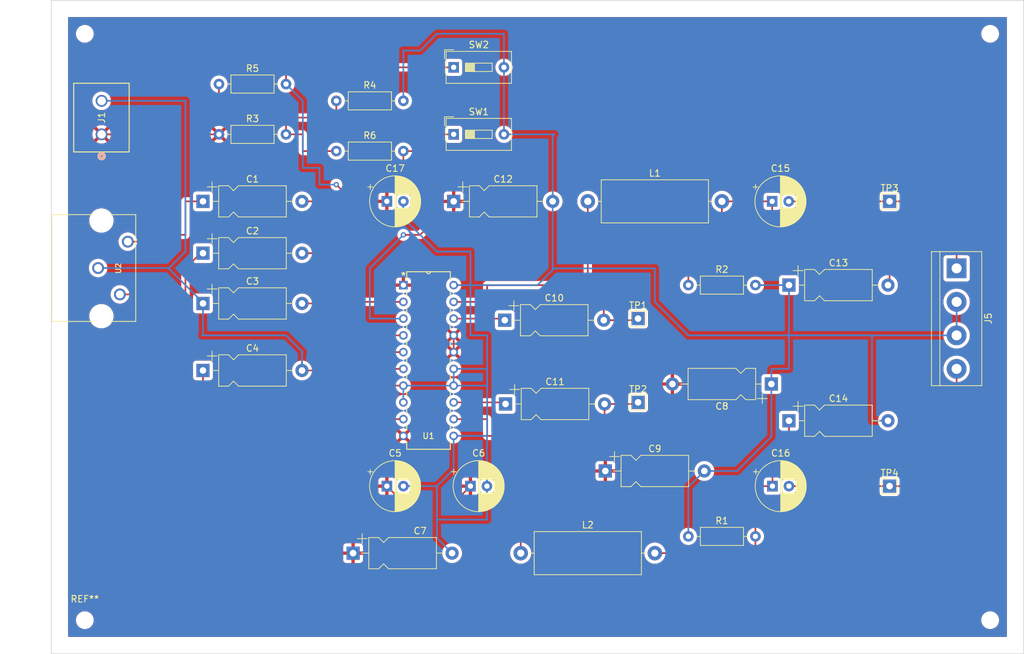
<source format=kicad_pcb>
(kicad_pcb (version 20221018) (generator pcbnew)
  (layers (0 "F.Cu" signal) (31 "B.Cu" signal) (34 "B.Paste" user) (35 "F.Paste" user) (36 "B.SilkS" user "B.Silkscreen") (37 "F.SilkS" user "F.Silkscreen") (38 "B.Mask" user) (39 "F.Mask" user) (44 "Edge.Cuts" user))
  (net 0 "")
  (net 1 "Net-(U2-TOP)")
  (net 2 "Net-(U1-LIN)")
  (net 3 "Net-(U2-BTM)")
  (net 4 "Net-(U1-RIN)")
  (net 5 "GND")
  (net 6 "Net-(U1-BYPASS)")
  (net 7 "Net-(U1-VCLAMP)")
  (net 8 "VCC")
  (net 9 "Net-(U1-BSL)")
  (net 10 "Net-(U1-LOUT)")
  (net 11 "Net-(U1-BSR)")
  (net 12 "Net-(U1-ROUT)")
  (net 13 "Net-(C13-Pad2)")
  (net 14 "Net-(C14-Pad1)")
  (net 15 "Net-(J5-Pin_1)")
  (net 16 "Net-(J5-Pin_4)")
  (net 17 "Net-(R3-Pad2)")
  (net 18 "*SD")
  (net 19 "MUTE")
  (footprint "Capacitor_THT:CP_Axial_L10.0mm_D4.5mm_P15.00mm_Horizontal" (layer "F.Cu") (at 114.42 56.1225)
    (fp_text reference "C2" (at 7.5 -3.37) (layer "F.SilkS"))
    (fp_text value "1.0uF")
    (pad "1" thru_hole rect (at 0 0) (size 2 2) (drill 1) (layers "*.Cu" "*.Mask") (net 3 "Net-(U2-BTM)"))
    (pad "2" thru_hole oval (at 15 0) (size 2 2) (drill 1) (layers "*.Cu" "*.Mask") (net 4 "Net-(U1-RIN)"))
  )
  (footprint "MountingHole:MountingHole_2.2mm_M2" (layer "F.Cu") (at 96.52 22.86)
    (fp_text reference "REF**" hide)
    (fp_text value "MountingHole_2.2mm_M2" hide)
    (pad "" np_thru_hole circle (at 0 0) (size 2.2 2.2) (drill 2.2) (layers "*.Cu" "*.Mask"))
  )
  (footprint "MountingHole:MountingHole_2.2mm_M2" (layer "F.Cu") (at 233.68 111.76)
    (fp_text reference "REF**" hide)
    (fp_text value "MountingHole_2.2mm_M2" hide)
    (pad "" np_thru_hole circle (at 0 0) (size 2.2 2.2) (drill 2.2) (layers "*.Cu" "*.Mask"))
  )
  (footprint "Capacitor_THT:CP_Axial_L10.0mm_D4.5mm_P15.00mm_Horizontal" (layer "F.Cu") (at 160.14 66.2825)
    (fp_text reference "C10" (at 7.5 -3.37) (layer "F.SilkS"))
    (fp_text value "0.22uF")
    (pad "1" thru_hole rect (at 0 0) (size 2 2) (drill 1) (layers "*.Cu" "*.Mask") (net 9 "Net-(U1-BSL)"))
    (pad "2" thru_hole oval (at 15 0) (size 2 2) (drill 1) (layers "*.Cu" "*.Mask") (net 10 "Net-(U1-LOUT)"))
  )
  (footprint "Resistor_THT:R_Axial_DIN0207_L6.3mm_D2.5mm_P10.16mm_Horizontal" (layer "F.Cu") (at 187.96 60.96)
    (fp_text reference "R2" (at 5.08 -2.37) (layer "F.SilkS"))
    (fp_text value "4.7K")
    (pad "1" thru_hole circle (at 0 0) (size 1.6 1.6) (drill 0.8) (layers "*.Cu" "*.Mask") (net 13 "Net-(C13-Pad2)"))
    (pad "2" thru_hole oval (at 10.16 0) (size 1.6 1.6) (drill 0.8) (layers "*.Cu" "*.Mask") (net 5 "GND"))
  )
  (footprint "Resistor_THT:R_Axial_DIN0207_L6.3mm_D2.5mm_P10.16mm_Horizontal" (layer "F.Cu") (at 134.62 33.02)
    (fp_text reference "R4" (at 5.08 -2.37) (layer "F.SilkS"))
    (fp_text value "220K")
    (pad "1" thru_hole circle (at 0 0) (size 1.6 1.6) (drill 0.8) (layers "*.Cu" "*.Mask") (net 17 "Net-(R3-Pad2)"))
    (pad "2" thru_hole oval (at 10.16 0) (size 1.6 1.6) (drill 0.8) (layers "*.Cu" "*.Mask") (net 5 "GND"))
  )
  (footprint "Capacitor_THT:CP_Radial_D7.5mm_P2.50mm" (layer "F.Cu") (at 142.28 48.26)
    (fp_text reference "C17" (at 1.25 -5) (layer "F.SilkS"))
    (fp_text value "470uF")
    (pad "1" thru_hole rect (at 0 0) (size 1.6 1.6) (drill 0.8) (layers "*.Cu" "*.Mask") (net 8 "VCC"))
    (pad "2" thru_hole circle (at 2.5 0) (size 1.6 1.6) (drill 0.8) (layers "*.Cu" "*.Mask") (net 5 "GND"))
  )
  (footprint "Capacitor_THT:CP_Axial_L10.0mm_D4.5mm_P15.00mm_Horizontal" (layer "F.Cu") (at 114.42 48.26)
    (fp_text reference "C1" (at 7.5 -3.37) (layer "F.SilkS"))
    (fp_text value "1.0uF")
    (pad "1" thru_hole rect (at 0 0) (size 2 2) (drill 1) (layers "*.Cu" "*.Mask") (net 1 "Net-(U2-TOP)"))
    (pad "2" thru_hole oval (at 15 0) (size 2 2) (drill 1) (layers "*.Cu" "*.Mask") (net 2 "Net-(U1-LIN)"))
  )
  (footprint "TestPoint:TestPoint_THTPad_2.0x2.0mm_Drill1.0mm" (layer "F.Cu") (at 180.34 66.04)
    (fp_text reference "TP1" (at 0 -1.998) (layer "F.SilkS"))
    (fp_text value "TestPoint")
    (pad "1" thru_hole rect (at 0 0) (size 2 2) (drill 1) (layers "*.Cu" "*.Mask") (net 10 "Net-(U1-LOUT)"))
  )
  (footprint "Inductor_THT:L_Axial_L16.0mm_D6.3mm_P20.32mm_Horizontal_Fastron_VHBCC" (layer "F.Cu") (at 162.56 101.6)
    (fp_text reference "L2" (at 10.16 -4.27) (layer "F.SilkS"))
    (fp_text value "22uH")
    (pad "1" thru_hole circle (at 0 0) (size 2.2 2.2) (drill 1.1) (layers "*.Cu" "*.Mask") (net 12 "Net-(U1-ROUT)"))
    (pad "2" thru_hole oval (at 20.32 0) (size 2.2 2.2) (drill 1.1) (layers "*.Cu" "*.Mask") (net 14 "Net-(C14-Pad1)"))
  )
  (footprint "Resistor_THT:R_Axial_DIN0207_L6.3mm_D2.5mm_P10.16mm_Horizontal" (layer "F.Cu") (at 134.62 40.64)
    (fp_text reference "R6" (at 5.08 -2.37) (layer "F.SilkS"))
    (fp_text value "470k")
    (pad "1" thru_hole circle (at 0 0) (size 1.6 1.6) (drill 0.8) (layers "*.Cu" "*.Mask") (net 17 "Net-(R3-Pad2)"))
    (pad "2" thru_hole oval (at 10.16 0) (size 1.6 1.6) (drill 0.8) (layers "*.Cu" "*.Mask") (net 19 "MUTE"))
  )
  (footprint "RCA:DUALRCA" (layer "F.Cu") (at 101.53 58.37 90)
    (fp_text reference "U2" (at -0.05 0.07 90) (layer "F.SilkS") (effects (font (size 0.787402 0.8))))
    (fp_text value "RCJ-2223" hide)
    (pad "" np_thru_hole circle (at -7.3 -2.5 90) (size 3.2 3.2) (drill 3.2) (layers "*.Cu" "*.Mask"))
    (pad "" np_thru_hole circle (at 7.2 -2.5 90) (size 3.2 3.2) (drill 3.2) (layers "*.Cu" "*.Mask"))
    (pad "P$1" thru_hole circle (at 0 -3 90) (size 1.8 1.8) (drill 1.2) (layers "*.Cu" "*.Mask") (net 5 "GND"))
    (pad "P$2" thru_hole circle (at -4 0.3 90) (size 1.8 1.8) (drill 1.2) (layers "*.Cu" "*.Mask") (net 3 "Net-(U2-BTM)"))
    (pad "P$3" thru_hole circle (at 4 1.5 90) (size 1.8 1.8) (drill 1.2) (layers "*.Cu" "*.Mask") (net 1 "Net-(U2-TOP)"))
  )
  (footprint "Resistor_THT:R_Axial_DIN0207_L6.3mm_D2.5mm_P10.16mm_Horizontal" (layer "F.Cu") (at 116.84 30.48)
    (fp_text reference "R5" (at 5.08 -2.37) (layer "F.SilkS"))
    (fp_text value "470k")
    (pad "1" thru_hole circle (at 0 0) (size 1.6 1.6) (drill 0.8) (layers "*.Cu" "*.Mask") (net 17 "Net-(R3-Pad2)"))
    (pad "2" thru_hole oval (at 10.16 0) (size 1.6 1.6) (drill 0.8) (layers "*.Cu" "*.Mask") (net 18 "*SD"))
  )
  (footprint "TestPoint:TestPoint_THTPad_2.0x2.0mm_Drill1.0mm" (layer "F.Cu") (at 218.44 48.26)
    (fp_text reference "TP3" (at 0 -1.998) (layer "F.SilkS"))
    (fp_text value "TestPoint")
    (pad "1" thru_hole rect (at 0 0) (size 2 2) (drill 1) (layers "*.Cu" "*.Mask") (net 15 "Net-(J5-Pin_1)"))
  )
  (footprint "ul_TPA3122D2N:N20" (layer "F.Cu") (at 152.4 83.82)
    (fp_text reference "U1" (at -3.81 0 unlocked) (layer "F.SilkS") (effects (font (size 0.9 0.9))))
    (fp_text value "TPA3122D2N")
    (fp_text user "*" (at -7.62 -24.2697 unlocked) (layer "F.SilkS"))
    (fp_text user "*" (at -7.62 -24.2697) (layer "F.SilkS"))
    (pad "1" thru_hole rect (at -7.62 -22.86) (size 1.2954 1.2954) (drill 0.7874) (layers "*.Cu" "*.Mask") (net 8 "VCC"))
    (pad "2" thru_hole circle (at -7.62 -20.32) (size 1.2954 1.2954) (drill 0.7874) (layers "*.Cu" "*.Mask") (net 18 "*SD"))
    (pad "3" thru_hole circle (at -7.62 -17.78) (size 1.2954 1.2954) (drill 0.7874) (layers "*.Cu" "*.Mask") (net 19 "MUTE"))
    (pad "4" thru_hole circle (at -7.62 -15.24) (size 1.2954 1.2954) (drill 0.7874) (layers "*.Cu" "*.Mask") (net 2 "Net-(U1-LIN)"))
    (pad "5" thru_hole circle (at -7.62 -12.7) (size 1.2954 1.2954) (drill 0.7874) (layers "*.Cu" "*.Mask") (net 4 "Net-(U1-RIN)"))
    (pad "6" thru_hole circle (at -7.62 -10.16) (size 1.2954 1.2954) (drill 0.7874) (layers "*.Cu" "*.Mask") (net 6 "Net-(U1-BYPASS)"))
    (pad "7" thru_hole circle (at -7.62 -7.62) (size 1.2954 1.2954) (drill 0.7874) (layers "*.Cu" "*.Mask") (net 5 "GND"))
    (pad "8" thru_hole circle (at -7.62 -5.08) (size 1.2954 1.2954) (drill 0.7874) (layers "*.Cu" "*.Mask") (net 5 "GND"))
    (pad "9" thru_hole circle (at -7.62 -2.54) (size 1.2954 1.2954) (drill 0.7874) (layers "*.Cu" "*.Mask") (net 7 "Net-(U1-VCLAMP)"))
    (pad "10" thru_hole circle (at -7.62 0) (size 1.2954 1.2954) (drill 0.7874) (layers "*.Cu" "*.Mask") (net 8 "VCC"))
    (pad "11" thru_hole circle (at 0 0) (size 1.2954 1.2954) (drill 0.7874) (layers "*.Cu" "*.Mask") (net 5 "GND"))
    (pad "12" thru_hole circle (at 0 -2.54) (size 1.2954 1.2954) (drill 0.7874) (layers "*.Cu" "*.Mask") (net 12 "Net-(U1-ROUT)"))
    (pad "13" thru_hole circle (at 0 -5.08) (size 1.2954 1.2954) (drill 0.7874) (layers "*.Cu" "*.Mask") (net 11 "Net-(U1-BSR)"))
    (pad "14" thru_hole circle (at 0 -7.62) (size 1.2954 1.2954) (drill 0.7874) (layers "*.Cu" "*.Mask") (net 5 "GND"))
    (pad "15" thru_hole circle (at 0 -10.16) (size 1.2954 1.2954) (drill 0.7874) (layers "*.Cu" "*.Mask") (net 5 "GND"))
    (pad "16" thru_hole circle (at 0 -12.7) (size 1.2954 1.2954) (drill 0.7874) (layers "*.Cu" "*.Mask") (net 8 "VCC"))
    (pad "17" thru_hole circle (at 0 -15.24) (size 1.2954 1.2954) (drill 0.7874) (layers "*.Cu" "*.Mask") (net 8 "VCC"))
    (pad "18" thru_hole circle (at 0 -17.78) (size 1.2954 1.2954) (drill 0.7874) (layers "*.Cu" "*.Mask") (net 9 "Net-(U1-BSL)"))
    (pad "19" thru_hole circle (at 0 -20.32) (size 1.2954 1.2954) (drill 0.7874) (layers "*.Cu" "*.Mask") (net 10 "Net-(U1-LOUT)"))
    (pad "20" thru_hole circle (at 0 -22.86) (size 1.2954 1.2954) (drill 0.7874) (layers "*.Cu" "*.Mask") (net 5 "GND"))
  )
  (footprint "Resistor_THT:R_Axial_DIN0207_L6.3mm_D2.5mm_P10.16mm_Horizontal" (layer "F.Cu") (at 116.84 38.1)
    (fp_text reference "R3" (at 5.08 -2.37) (layer "F.SilkS"))
    (fp_text value "1M")
    (pad "1" thru_hole circle (at 0 0) (size 1.6 1.6) (drill 0.8) (layers "*.Cu" "*.Mask") (net 8 "VCC"))
    (pad "2" thru_hole oval (at 10.16 0) (size 1.6 1.6) (drill 0.8) (layers "*.Cu" "*.Mask") (net 17 "Net-(R3-Pad2)"))
  )
  (footprint "Capacitor_THT:CP_Axial_L10.0mm_D4.5mm_P15.00mm_Horizontal" (layer "F.Cu") (at 114.42 63.7425)
    (fp_text reference "C3" (at 7.5 -3.37) (layer "F.SilkS"))
    (fp_text value "1.0uF")
    (pad "1" thru_hole rect (at 0 0) (size 2 2) (drill 1) (layers "*.Cu" "*.Mask") (net 5 "GND"))
    (pad "2" thru_hole oval (at 15 0) (size 2 2) (drill 1) (layers "*.Cu" "*.Mask") (net 6 "Net-(U1-BYPASS)"))
  )
  (footprint "Capacitor_THT:CP_Axial_L10.0mm_D4.5mm_P15.00mm_Horizontal" (layer "F.Cu") (at 114.42 73.9025)
    (fp_text reference "C4" (at 7.5 -3.37) (layer "F.SilkS"))
    (fp_text value "1.0uF")
    (pad "1" thru_hole rect (at 0 0) (size 2 2) (drill 1) (layers "*.Cu" "*.Mask") (net 7 "Net-(U1-VCLAMP)"))
    (pad "2" thru_hole oval (at 15 0) (size 2 2) (drill 1) (layers "*.Cu" "*.Mask") (net 5 "GND"))
  )
  (footprint "Terminal_dl:CONN_1729128_PXC" (layer "F.Cu") (at 99.06 38.1 90)
    (fp_text reference "J1" (at 2.54 0 90 unlocked) (layer "F.SilkS"))
    (fp_text value "1729128")
    (pad "1" thru_hole circle (at 0 0 90) (size 1.8034 1.8034) (drill 1.2954) (layers "*.Cu" "*.Mask") (net 8 "VCC"))
    (pad "2" thru_hole circle (at 5.08 0 90) (size 1.8034 1.8034) (drill 1.2954) (layers "*.Cu" "*.Mask") (net 5 "GND"))
  )
  (footprint "Capacitor_THT:CP_Radial_D7.5mm_P2.50mm" (layer "F.Cu") (at 200.66 48.26)
    (fp_text reference "C15" (at 1.25 -5) (layer "F.SilkS"))
    (fp_text value "470uF")
    (pad "1" thru_hole rect (at 0 0) (size 1.6 1.6) (drill 0.8) (layers "*.Cu" "*.Mask") (net 13 "Net-(C13-Pad2)"))
    (pad "2" thru_hole circle (at 2.5 0) (size 1.6 1.6) (drill 0.8) (layers "*.Cu" "*.Mask") (net 15 "Net-(J5-Pin_1)"))
  )
  (footprint "TestPoint:TestPoint_THTPad_2.0x2.0mm_Drill1.0mm" (layer "F.Cu") (at 180.34 78.74)
    (fp_text reference "TP2" (at 0 -1.998) (layer "F.SilkS"))
    (fp_text value "TestPoint")
    (pad "1" thru_hole rect (at 0 0) (size 2 2) (drill 1) (layers "*.Cu" "*.Mask") (net 12 "Net-(U1-ROUT)"))
  )
  (footprint "Capacitor_THT:CP_Axial_L10.0mm_D4.5mm_P15.00mm_Horizontal" (layer "F.Cu") (at 203.2 60.96)
    (fp_text reference "C13" (at 7.5 -3.37) (layer "F.SilkS"))
    (fp_text value "0.68uF")
    (pad "1" thru_hole rect (at 0 0) (size 2 2) (drill 1) (layers "*.Cu" "*.Mask") (net 5 "GND"))
    (pad "2" thru_hole oval (at 15 0) (size 2 2) (drill 1) (layers "*.Cu" "*.Mask") (net 13 "Net-(C13-Pad2)"))
  )
  (footprint "Button_Switch_THT:SW_DIP_SPSTx01_Slide_9.78x4.72mm_W7.62mm_P2.54mm" (layer "F.Cu") (at 152.4 27.94)
    (fp_text reference "SW2" (at 3.81 -3.42) (layer "F.SilkS"))
    (fp_text value "SW_SPST")
    (pad "1" thru_hole rect (at 0 0) (size 1.6 1.6) (drill 0.8) (layers "*.Cu" "*.Mask") (net 18 "*SD"))
    (pad "2" thru_hole oval (at 7.62 0) (size 1.6 1.6) (drill 0.8) (layers "*.Cu" "*.Mask") (net 5 "GND"))
  )
  (footprint "Capacitor_THT:CP_Axial_L10.0mm_D4.5mm_P15.00mm_Horizontal" (layer "F.Cu") (at 152.4 48.26)
    (fp_text reference "C12" (at 7.5 -3.37) (layer "F.SilkS"))
    (fp_text value "0.1uF")
    (pad "1" thru_hole rect (at 0 0) (size 2 2) (drill 1) (layers "*.Cu" "*.Mask") (net 8 "VCC"))
    (pad "2" thru_hole oval (at 15 0) (size 2 2) (drill 1) (layers "*.Cu" "*.Mask") (net 5 "GND"))
  )
  (footprint "Capacitor_THT:CP_Radial_D7.5mm_P2.50mm" (layer "F.Cu") (at 142.28 91.44)
    (fp_text reference "C5" (at 1.25 -5) (layer "F.SilkS"))
    (fp_text value "470uF")
    (pad "1" thru_hole rect (at 0 0) (size 1.6 1.6) (drill 0.8) (layers "*.Cu" "*.Mask") (net 8 "VCC"))
    (pad "2" thru_hole circle (at 2.5 0) (size 1.6 1.6) (drill 0.8) (layers "*.Cu" "*.Mask") (net 5 "GND"))
  )
  (footprint "Inductor_THT:L_Axial_L16.0mm_D6.3mm_P20.32mm_Horizontal_Fastron_VHBCC" (layer "F.Cu") (at 172.72 48.26)
    (fp_text reference "L1" (at 10.16 -4.27) (layer "F.SilkS"))
    (fp_text value "22uH")
    (pad "1" thru_hole circle (at 0 0) (size 2.2 2.2) (drill 1.1) (layers "*.Cu" "*.Mask") (net 10 "Net-(U1-LOUT)"))
    (pad "2" thru_hole oval (at 20.32 0) (size 2.2 2.2) (drill 1.1) (layers "*.Cu" "*.Mask") (net 13 "Net-(C13-Pad2)"))
  )
  (footprint "TerminalBlock:TerminalBlock_bornier-4_P5.08mm" (layer "F.Cu") (at 228.6 58.42 -90)
    (fp_text reference "J5" (at 7.6 -4.8 90) (layer "F.SilkS"))
    (fp_text value "Screw_Terminal_01x04")
    (pad "1" thru_hole rect (at 0 0 270) (size 3 3) (drill 1.52) (layers "*.Cu" "*.Mask") (net 15 "Net-(J5-Pin_1)"))
    (pad "2" thru_hole circle (at 5.08 0 270) (size 3 3) (drill 1.52) (layers "*.Cu" "*.Mask") (net 5 "GND"))
    (pad "3" thru_hole circle (at 10.16 0 270) (size 3 3) (drill 1.52) (layers "*.Cu" "*.Mask") (net 5 "GND"))
    (pad "4" thru_hole circle (at 15.24 0 270) (size 3 3) (drill 1.52) (layers "*.Cu" "*.Mask") (net 16 "Net-(J5-Pin_4)"))
  )
  (footprint "TestPoint:TestPoint_THTPad_2.0x2.0mm_Drill1.0mm" (layer "F.Cu") (at 218.44 91.44)
    (fp_text reference "TP4" (at 0 -1.998) (layer "F.SilkS"))
    (fp_text value "TestPoint")
    (pad "1" thru_hole rect (at 0 0) (size 2 2) (drill 1) (layers "*.Cu" "*.Mask") (net 16 "Net-(J5-Pin_4)"))
  )
  (footprint "Capacitor_THT:CP_Axial_L10.0mm_D4.5mm_P15.00mm_Horizontal" (layer "F.Cu") (at 203.2 81.5225)
    (fp_text reference "C14" (at 7.5 -3.37) (layer "F.SilkS"))
    (fp_text value "0.68uF")
    (pad "1" thru_hole rect (at 0 0) (size 2 2) (drill 1) (layers "*.Cu" "*.Mask") (net 14 "Net-(C14-Pad1)"))
    (pad "2" thru_hole oval (at 15 0) (size 2 2) (drill 1) (layers "*.Cu" "*.Mask") (net 5 "GND"))
  )
  (footprint "Button_Switch_THT:SW_DIP_SPSTx01_Slide_9.78x4.72mm_W7.62mm_P2.54mm" (layer "F.Cu") (at 152.4 38.1)
    (fp_text reference "SW1" (at 3.81 -3.42) (layer "F.SilkS"))
    (fp_text value "SW_SPST")
    (pad "1" thru_hole rect (at 0 0) (size 1.6 1.6) (drill 0.8) (layers "*.Cu" "*.Mask") (net 19 "MUTE"))
    (pad "2" thru_hole oval (at 7.62 0) (size 1.6 1.6) (drill 0.8) (layers "*.Cu" "*.Mask") (net 5 "GND"))
  )
  (footprint "Capacitor_THT:CP_Axial_L10.0mm_D4.5mm_P15.00mm_Horizontal" (layer "F.Cu") (at 175.38 89.1425)
    (fp_text reference "C9" (at 7.5 -3.37) (layer "F.SilkS"))
    (fp_text value "10uF")
    (pad "1" thru_hole rect (at 0 0) (size 2 2) (drill 1) (layers "*.Cu" "*.Mask") (net 8 "VCC"))
    (pad "2" thru_hole oval (at 15 0) (size 2 2) (drill 1) (layers "*.Cu" "*.Mask") (net 5 "GND"))
  )
  (footprint "Capacitor_THT:CP_Radial_D7.5mm_P2.50mm" (layer "F.Cu") (at 200.7 91.44)
    (fp_text reference "C16" (at 1.25 -5) (layer "F.SilkS"))
    (fp_text value "470uF")
    (pad "1" thru_hole rect (at 0 0) (size 1.6 1.6) (drill 0.8) (layers "*.Cu" "*.Mask") (net 14 "Net-(C14-Pad1)"))
    (pad "2" thru_hole circle (at 2.5 0) (size 1.6 1.6) (drill 0.8) (layers "*.Cu" "*.Mask") (net 16 "Net-(J5-Pin_4)"))
  )
  (footprint "MountingHole:MountingHole_2.2mm_M2" (layer "F.Cu") (at 233.68 22.86)
    (fp_text reference "REF**" hide)
    (fp_text value "MountingHole_2.2mm_M2" hide)
    (pad "" np_thru_hole circle (at 0 0) (size 2.2 2.2) (drill 2.2) (layers "*.Cu" "*.Mask"))
  )
  (footprint "Capacitor_THT:CP_Radial_D7.5mm_P2.50mm" (layer "F.Cu") (at 154.94 91.44)
    (fp_text reference "C6" (at 1.25 -5) (layer "F.SilkS"))
    (fp_text value "470uF")
    (pad "1" thru_hole rect (at 0 0) (size 1.6 1.6) (drill 0.8) (layers "*.Cu" "*.Mask") (net 8 "VCC"))
    (pad "2" thru_hole circle (at 2.5 0) (size 1.6 1.6) (drill 0.8) (layers "*.Cu" "*.Mask") (net 5 "GND"))
  )
  (footprint "Capacitor_THT:CP_Axial_L10.0mm_D4.5mm_P15.00mm_Horizontal" (layer "F.Cu") (at 137.16 101.6)
    (fp_text reference "C7" (at 10.16 -3.37) (layer "F.SilkS"))
    (fp_text value "0.1uF")
    (pad "1" thru_hole rect (at 0 0) (size 2 2) (drill 1) (layers "*.Cu" "*.Mask") (net 8 "VCC"))
    (pad "2" thru_hole oval (at 15 0) (size 2 2) (drill 1) (layers "*.Cu" "*.Mask") (net 5 "GND"))
  )
  (footprint "Capacitor_THT:CP_Axial_L10.0mm_D4.5mm_P15.00mm_Horizontal" (layer "F.Cu") (at 200.54 75.9575 180)
    (fp_text reference "C8" (at 7.5 -3.37) (layer "F.SilkS"))
    (fp_text value "0.1uF")
    (pad "1" thru_hole rect (at 0 0 180) (size 2 2) (drill 1) (layers "*.Cu" "*.Mask") (net 5 "GND"))
    (pad "2" thru_hole oval (at 15 0 180) (size 2 2) (drill 1) (layers "*.Cu" "*.Mask") (net 8 "VCC"))
  )
  (footprint "Resistor_THT:R_Axial_DIN0207_L6.3mm_D2.5mm_P10.16mm_Horizontal" (layer "F.Cu") (at 187.96 99.06)
    (fp_text reference "R1" (at 5.08 -2.37) (layer "F.SilkS"))
    (fp_text value "4.7K")
    (pad "1" thru_hole circle (at 0 0) (size 1.6 1.6) (drill 0.8) (layers "*.Cu" "*.Mask") (net 5 "GND"))
    (pad "2" thru_hole oval (at 10.16 0) (size 1.6 1.6) (drill 0.8) (layers "*.Cu" "*.Mask") (net 14 "Net-(C14-Pad1)"))
  )
  (footprint "MountingHole:MountingHole_2.2mm_M2" (layer "F.Cu") (at 96.52 111.76)
    (fp_text reference "REF**" (at 0 -3.2) (layer "F.SilkS"))
    (fp_text value "MountingHole_2.2mm_M2" hide)
    (pad "" np_thru_hole circle (at 0 0) (size 2.2 2.2) (drill 2.2) (layers "*.Cu" "*.Mask"))
  )
  (footprint "Capacitor_THT:CP_Axial_L10.0mm_D4.5mm_P15.00mm_Horizontal" (layer "F.Cu") (at 160.26 78.9825)
    (fp_text reference "C11" (at 7.5 -3.37) (layer "F.SilkS"))
    (fp_text value "0.22uF")
    (pad "1" thru_hole rect (at 0 0) (size 2 2) (drill 1) (layers "*.Cu" "*.Mask") (net 11 "Net-(U1-BSR)"))
    (pad "2" thru_hole oval (at 15 0) (size 2 2) (drill 1) (layers "*.Cu" "*.Mask") (net 12 "Net-(U1-ROUT)"))
  )
  (gr_rect (start 91.44 17.78) (end 238.76 116.84) (stroke (width 0.1)) (fill none) (layer "Edge.Cuts"))
  (segment (start 109.14 53.34) (end 111.76 53.34) (width 0.25) (layer "F.Cu") (net 1))
  (segment (start 111.76 53.34) (end 111.76 48.26) (width 0.25) (layer "F.Cu") (net 1))
  (segment (start 108.11 54.37) (end 103.03 54.37) (width 0.25) (layer "F.Cu") (net 1))
  (segment (start 109.14 53.34) (end 108.11 54.37) (width 0.25) (layer "F.Cu") (net 1))
  (segment (start 111.76 48.26) (end 114.42 48.26) (width 0.25) (layer "F.Cu") (net 1))
  (segment (start 134.62 48.26) (end 129.42 48.26) (width 0.25) (layer "F.Cu") (net 2))
  (segment (start 134.62 63.5) (end 134.62 48.26) (width 0.25) (layer "F.Cu") (net 2))
  (segment (start 139.7 68.58) (end 134.62 63.5) (width 0.25) (layer "F.Cu") (net 2))
  (segment (start 139.7 68.58) (end 144.78 68.58) (width 0.25) (layer "F.Cu") (net 2))
  (segment (start 111.76 63.5) (end 108.04 63.5) (width 0.25) (layer "F.Cu") (net 3))
  (segment (start 106.91 62.37) (end 101.83 62.37) (width 0.25) (layer "F.Cu") (net 3))
  (segment (start 108.04 63.5) (end 106.91 62.37) (width 0.25) (layer "F.Cu") (net 3))
  (segment (start 111.76 58.42) (end 114.0575 56.1225) (width 0.25) (layer "F.Cu") (net 3))
  (segment (start 114.0575 56.1225) (end 114.42 56.1225) (width 0.25) (layer "F.Cu") (net 3))
  (segment (start 111.76 58.42) (end 111.76 63.5) (width 0.25) (layer "F.Cu") (net 3))
  (segment (start 133.285 64.705) (end 139.7 71.12) (width 0.25) (layer "F.Cu") (net 4))
  (segment (start 133.285 57.4475) (end 133.285 64.705) (width 0.25) (layer "F.Cu") (net 4))
  (segment (start 139.7 71.12) (end 144.78 71.12) (width 0.25) (layer "F.Cu") (net 4))
  (segment (start 131.96 56.1225) (end 133.285 57.4475) (width 0.25) (layer "F.Cu") (net 4))
  (segment (start 131.96 56.1225) (end 129.42 56.1225) (width 0.25) (layer "F.Cu") (net 4))
  (segment (start 129.42 73.9025) (end 132.3225 73.9025) (width 0.25) (layer "F.Cu") (net 5))
  (segment (start 132.3225 73.9025) (end 134.62 76.2) (width 0.25) (layer "F.Cu") (net 5))
  (segment (start 134.62 76.2) (end 144.78 76.2) (width 0.25) (layer "F.Cu") (net 5))
  (segment (start 215.9 68.58) (end 228.6 68.58) (width 0.25) (layer "B.Cu") (net 5))
  (segment (start 160.02 22.86) (end 160.02 27.94) (width 0.25) (layer "B.Cu") (net 5))
  (segment (start 200.66 73.66) (end 203.2 73.66) (width 0.25) (layer "B.Cu") (net 5))
  (segment (start 203.2 68.58) (end 215.9 68.58) (width 0.25) (layer "B.Cu") (net 5))
  (segment (start 187.96 91.5625) (end 190.38 89.1425) (width 0.25) (layer "B.Cu") (net 5))
  (segment (start 129.42 71.24) (end 129.42 73.9025) (width 0.25) (layer "B.Cu") (net 5))
  (segment (start 200.54 75.9575) (end 200.54 83.94) (width 0.25) (layer "B.Cu") (net 5))
  (segment (start 187.96 99.06) (end 187.96 91.5625) (width 0.25) (layer "B.Cu") (net 5))
  (segment (start 109.22 58.42) (end 114.42 63.62) (width 0.25) (layer "B.Cu") (net 5))
  (segment (start 114.42 68.46) (end 114.42 63.7425) (width 0.25) (layer "B.Cu") (net 5))
  (segment (start 160.02 38.1) (end 167.64 38.1) (width 0.25) (layer "B.Cu") (net 5))
  (segment (start 203.2 68.58) (end 187.96 68.58) (width 0.25) (layer "B.Cu") (net 5))
  (segment (start 154.94 83.82) (end 152.4 83.82) (width 0.25) (layer "B.Cu") (net 5))
  (segment (start 129.42 73.9025) (end 129.42 71) (width 0.25) (layer "B.Cu") (net 5))
  (segment (start 195.3375 89.1425) (end 190.38 89.1425) (width 0.25) (layer "B.Cu") (net 5))
  (segment (start 167.4 58.66) (end 165.1 60.96) (width 0.25) (layer "B.Cu") (net 5))
  (segment (start 149.86 55.88) (end 154.94 55.88) (width 0.25) (layer "B.Cu") (net 5))
  (segment (start 215.78 81.5225) (end 215.78 68.7) (width 0.25) (layer "B.Cu") (net 5))
  (segment (start 111.76 33.02) (end 99.06 33.02) (width 0.25) (layer "B.Cu") (net 5))
  (segment (start 144.74 48.26) (end 144.74 50.76) (width 0.25) (layer "B.Cu") (net 5))
  (segment (start 144.78 25.4) (end 144.78 33.02) (width 0.25) (layer "B.Cu") (net 5))
  (segment (start 203.2 60.96) (end 203.2 68.58) (width 0.25) (layer "B.Cu") (net 5))
  (segment (start 200.54 75.9575) (end 200.54 73.78) (width 0.25) (layer "B.Cu") (net 5))
  (segment (start 157.48 96.52) (end 149.86 96.52) (width 0.25) (layer "B.Cu") (net 5))
  (segment (start 147.32 25.4) (end 149.86 22.86) (width 0.25) (layer "B.Cu") (net 5))
  (segment (start 215.78 68.7) (end 215.66 68.58) (width 0.25) (layer "B.Cu") (net 5))
  (segment (start 144.78 76.2) (end 144.78 78.74) (width 0.25) (layer "B.Cu") (net 5))
  (segment (start 157.48 73.66) (end 157.48 83.82) (width 0.25) (layer "B.Cu") (net 5))
  (segment (start 149.86 91.44) (end 144.78 91.44) (width 0.25) (layer "B.Cu") (net 5))
  (segment (start 109.22 58.42) (end 109.17 58.37) (width 0.25) (layer "B.Cu") (net 5))
  (segment (start 157.44 96.48) (end 157.48 96.52) (width 0.25) (layer "B.Cu") (net 5))
  (segment (start 127 68.58) (end 114.3 68.58) (width 0.25) (layer "B.Cu") (net 5))
  (segment (start 149.86 22.86) (end 160.02 22.86) (width 0.25) (layer "B.Cu") (net 5))
  (segment (start 167.4 48.26) (end 167.4 58.66) (width 0.25) (layer "B.Cu") (net 5))
  (segment (start 167.4 38.34) (end 167.64 38.1) (width 0.25) (layer "B.Cu") (net 5))
  (segment (start 182.88 58.42) (end 167.64 58.42) (width 0.25) (layer "B.Cu") (net 5))
  (segment (start 152.4 76.2) (end 157.48 76.2) (width 0.25) (layer "B.Cu") (net 5))
  (segment (start 111.76 55.88) (end 111.76 33.02) (width 0.25) (layer "B.Cu") (net 5))
  (segment (start 182.88 63.5) (end 182.88 58.42) (width 0.25) (layer "B.Cu") (net 5))
  (segment (start 154.94 68.58) (end 154.94 60.96) (width 0.25) (layer "B.Cu") (net 5))
  (segment (start 215.66 68.58) (end 203.2 68.58) (width 0.25) (layer "B.Cu") (net 5))
  (segment (start 157.44 91.44) (end 157.44 96.48) (width 0.25) (layer "B.Cu") (net 5))
  (segment (start 200.54 83.94) (end 195.3375 89.1425) (width 0.25) (layer "B.Cu") (net 5))
  (segment (start 157.48 83.82) (end 152.4 83.82) (width 0.25) (layer "B.Cu") (net 5))
  (segment (start 157.48 83.82) (end 154.94 83.82) (width 0.25) (layer "B.Cu") (net 5))
  (segment (start 129.42 71) (end 127 68.58) (width 0.25) (layer "B.Cu") (net 5))
  (segment (start 157.48 76.2) (end 157.48 73.66) (width 0.25) (layer "B.Cu") (net 5))
  (segment (start 109.17 58.37) (end 98.53 58.37) (width 0.25) (layer "B.Cu") (net 5))
  (segment (start 152.4 73.66) (end 157.48 73.66) (width 0.25) (layer "B.Cu") (net 5))
  (segment (start 152.4 88.9) (end 149.86 91.44) (width 0.25) (layer "B.Cu") (net 5))
  (segment (start 167.64 58.42) (end 167.4 58.66) (width 0.25) (layer "B.Cu") (net 5))
  (segment (start 167.4 48.26) (end 167.4 38.34) (width 0.25) (layer "B.Cu") (net 5))
  (segment (start 144.74 50.76) (end 149.86 55.88) (width 0.25) (layer "B.Cu") (net 5))
  (segment (start 165.1 60.96) (end 154.94 60.96) (width 0.25) (layer "B.Cu") (net 5))
  (segment (start 157.48 73.66) (end 157.48 68.58) (width 0.25) (layer "B.Cu") (net 5))
  (segment (start 152.4 73.66) (end 152.4 76.2) (width 0.25) (layer "B.Cu") (net 5))
  (segment (start 144.78 76.2) (end 152.4 76.2) (width 0.25) (layer "B.Cu") (net 5))
  (segment (start 149.86 96.52) (end 149.86 91.44) (width 0.25) (layer "B.Cu") (net 5))
  (segment (start 187.96 68.58) (end 182.88 63.5) (width 0.25) (layer "B.Cu") (net 5))
  (segment (start 160.02 27.94) (end 160.02 38.1) (width 0.25) (layer "B.Cu") (net 5))
  (segment (start 215.78 68.7) (end 215.9 68.58) (width 0.25) (layer "B.Cu") (net 5))
  (segment (start 228.6 63.5) (end 228.6 68.58) (width 0.25) (layer "B.Cu") (net 5))
  (segment (start 149.86 99.3) (end 149.86 96.52) (width 0.25) (layer "B.Cu") (net 5))
  (segment (start 157.44 91.44) (end 157.44 83.86) (width 0.25) (layer "B.Cu") (net 5))
  (segment (start 129.42 71.24) (end 129.54 71.12) (width 0.25) (layer "B.Cu") (net 5))
  (segment (start 154.94 55.88) (end 154.94 60.96) (width 0.25) (layer "B.Cu") (net 5))
  (segment (start 144.78 25.4) (end 147.32 25.4) (width 0.25) (layer "B.Cu") (net 5))
  (segment (start 203.2 73.66) (end 203.2 68.58) (width 0.25) (layer "B.Cu") (net 5))
  (segment (start 152.16 101.6) (end 149.86 99.3) (width 0.25) (layer "B.Cu") (net 5))
  (segment (start 198.12 60.96) (end 203.2 60.96) (width 0.25) (layer "B.Cu") (net 5))
  (segment (start 114.3 68.58) (end 114.42 68.46) (width 0.25) (layer "B.Cu") (net 5))
  (segment (start 114.42 63.62) (end 114.42 63.7425) (width 0.25) (layer "B.Cu") (net 5))
  (segment (start 200.54 73.78) (end 200.66 73.66) (width 0.25) (layer "B.Cu") (net 5))
  (segment (start 157.44 83.86) (end 157.48 83.82) (width 0.25) (layer "B.Cu") (net 5))
  (segment (start 109.22 58.42) (end 111.76 55.88) (width 0.25) (layer "B.Cu") (net 5))
  (segment (start 215.78 81.5225) (end 218.2 81.5225) (width 0.25) (layer "B.Cu") (net 5))
  (segment (start 152.4 83.82) (end 152.4 88.9) (width 0.25) (layer "B.Cu") (net 5))
  (segment (start 154.94 60.96) (end 152.4 60.96) (width 0.25) (layer "B.Cu") (net 5))
  (segment (start 157.48 68.58) (end 154.94 68.58) (width 0.25) (layer "B.Cu") (net 5))
  (segment (start 129.42 63.7425) (end 131.96 63.7425) (width 0.25) (layer "F.Cu") (net 6))
  (segment (start 131.96 63.7425) (end 131.96 68.46) (width 0.25) (layer "F.Cu") (net 6))
  (segment (start 131.96 68.46) (end 137.16 73.66) (width 0.25) (layer "F.Cu") (net 6))
  (segment (start 137.16 73.66) (end 144.78 73.66) (width 0.25) (layer "F.Cu") (net 6))
  (segment (start 114.42 76.08) (end 114.3 76.2) (width 0.25) (layer "F.Cu") (net 7))
  (segment (start 137.16 81.28) (end 144.78 81.28) (width 0.25) (layer "F.Cu") (net 7))
  (segment (start 114.3 76.2) (end 116.84 78.74) (width 0.25) (layer "F.Cu") (net 7))
  (segment (start 114.42 73.9025) (end 114.42 76.08) (width 0.25) (layer "F.Cu") (net 7))
  (segment (start 116.84 78.74) (end 137.16 78.74) (width 0.25) (layer "F.Cu") (net 7))
  (segment (start 137.16 78.74) (end 137.16 81.28) (width 0.25) (layer "F.Cu") (net 7))
  (segment (start 175.26 93.98) (end 193.04 93.98) (width 0.25) (layer "F.Cu") (net 8))
  (segment (start 175.38 93.86) (end 175.26 93.98) (width 0.25) (layer "F.Cu") (net 8))
  (segment (start 185.42 83.82) (end 185.54 83.7) (width 0.25) (layer "F.Cu") (net 8))
  (segment (start 193.04 93.98) (end 193.04 83.82) (width 0.25) (layer "F.Cu") (net 8))
  (segment (start 111.76 38.1) (end 99.06 38.1) (width 0.25) (layer "F.Cu") (net 8))
  (segment (start 101.6 38.1) (end 99.06 38.1) (width 0.25) (layer "F.Cu") (net 8))
  (segment (start 154.94 91.44) (end 153.815 92.565) (width 0.25) (layer "F.Cu") (net 8))
  (segment (start 143.405 92.565) (end 142.28 91.44) (width 0.25) (layer "F.Cu") (net 8))
  (segment (start 137.16 91.44) (end 142.28 91.44) (width 0.25) (layer "F.Cu") (net 8))
  (segment (start 152.4 68.58) (end 152.4 71.12) (width 0.25) (layer "F.Cu") (net 8))
  (segment (start 185.54 83.7) (end 185.54 75.9575) (width 0.25) (layer "F.Cu") (net 8))
  (segment (start 116.84 38.1) (end 111.76 38.1) (width 0.25) (layer "F.Cu") (net 8))
  (segment (start 137.16 101.6) (end 137.16 91.44) (width 0.25) (layer "F.Cu") (net 8))
  (segment (start 175.38 89.1425) (end 175.38 93.86) (width 0.25) (layer "F.Cu") (net 8))
  (segment (start 153.815 92.565) (end 143.405 92.565) (width 0.25) (layer "F.Cu") (net 8))
  (segment (start 193.04 83.82) (end 185.42 83.82) (width 0.25) (layer "F.Cu") (net 8))
  (segment (start 152.4 66.04) (end 159.8975 66.04) (width 0.25) (layer "F.Cu") (net 9))
  (segment (start 159.8975 66.04) (end 160.14 66.2825) (width 0.25) (layer "F.Cu") (net 9))
  (segment (start 157.48 63.5) (end 157.48 60.96) (width 0.25) (layer "F.Cu") (net 10))
  (segment (start 180.0975 66.2825) (end 180.34 66.04) (width 0.25) (layer "F.Cu") (net 10))
  (segment (start 172.72 48.26) (end 172.72 60.96) (width 0.25) (layer "F.Cu") (net 10))
  (segment (start 175.26 60.96) (end 175.14 61.08) (width 0.25) (layer "F.Cu") (net 10))
  (segment (start 175.14 66.2825) (end 180.0975 66.2825) (width 0.25) (layer "F.Cu") (net 10))
  (segment (start 152.4 63.5) (end 157.48 63.5) (width 0.25) (layer "F.Cu") (net 10))
  (segment (start 157.48 60.96) (end 172.72 60.96) (width 0.25) (layer "F.Cu") (net 10))
  (segment (start 172.72 60.96) (end 175.26 60.96) (width 0.25) (layer "F.Cu") (net 10))
  (segment (start 175.14 61.08) (end 175.14 66.2825) (width 0.25) (layer "F.Cu") (net 10))
  (segment (start 160.0175 78.74) (end 160.26 78.9825) (width 0.25) (layer "F.Cu") (net 11))
  (segment (start 152.4 78.74) (end 160.0175 78.74) (width 0.25) (layer "F.Cu") (net 11))
  (segment (start 175.26 78.9825) (end 180.0975 78.9825) (width 0.25) (layer "F.Cu") (net 12))
  (segment (start 170.18 96.52) (end 170.18 91.44) (width 0.25) (layer "F.Cu") (net 12))
  (segment (start 180.0975 78.9825) (end 180.34 78.74) (width 0.25) (layer "F.Cu") (net 12))
  (segment (start 170.18 83.82) (end 170.18 91.44) (width 0.25) (layer "F.Cu") (net 12))
  (segment (start 152.4 81.28) (end 157.48 81.28) (width 0.25) (layer "F.Cu") (net 12))
  (segment (start 175.26 83.82) (end 175.26 78.9825) (width 0.25) (layer "F.Cu") (net 12))
  (segment (start 162.56 96.52) (end 170.18 96.52) (width 0.25) (layer "F.Cu") (net 12))
  (segment (start 170.18 83.82) (end 175.26 83.82) (width 0.25) (layer "F.Cu") (net 12))
  (segment (start 162.56 101.6) (end 162.56 96.52) (width 0.25) (layer "F.Cu") (net 12))
  (segment (start 157.48 83.82) (end 170.18 83.82) (width 0.25) (layer "F.Cu") (net 12))
  (segment (start 157.48 81.28) (end 157.48 83.82) (width 0.25) (layer "F.Cu") (net 12))
  (segment (start 193.04 53.34) (end 193.04 48.26) (width 0.25) (layer "F.Cu") (net 13))
  (segment (start 200.66 48.26) (end 193.04 48.26) (width 0.25) (layer "F.Cu") (net 13))
  (segment (start 218.44 55.88) (end 218.44 60.96) (width 0.25) (layer "F.Cu") (net 13))
  (segment (start 187.96 53.34) (end 193.04 53.34) (width 0.25) (layer "F.Cu") (net 13))
  (segment (start 200.66 48.26) (end 200.66 55.88) (width 0.25) (layer "F.Cu") (net 13))
  (segment (start 187.96 60.96) (end 187.96 53.34) (width 0.25) (layer "F.Cu") (net 13))
  (segment (start 218.44 60.96) (end 218.2 60.96) (width 0.25) (layer "F.Cu") (net 13))
  (segment (start 200.66 55.88) (end 218.44 55.88) (width 0.25) (layer "F.Cu") (net 13))
  (segment (start 198.12 99.06) (end 198.12 104.14) (width 0.25) (layer "F.Cu") (net 14))
  (segment (start 203.2 83.82) (end 200.66 86.36) (width 0.25) (layer "F.Cu") (net 14))
  (segment (start 200.66 86.36) (end 200.7 86.4) (width 0.25) (layer "F.Cu") (net 14))
  (segment (start 198.12 96.52) (end 195.58 96.52) (width 0.25) (layer "F.Cu") (net 14))
  (segment (start 203.2 81.5225) (end 203.2 83.82) (width 0.25) (layer "F.Cu") (net 14))
  (segment (start 185.42 104.14) (end 185.42 101.6) (width 0.25) (layer "F.Cu") (net 14))
  (segment (start 195.58 91.44) (end 200.7 91.44) (width 0.25) (layer "F.Cu") (net 14))
  (segment (start 195.58 96.52) (end 195.58 91.44) (width 0.25) (layer "F.Cu") (net 14))
  (segment (start 198.12 99.06) (end 198.12 96.52) (width 0.25) (layer "F.Cu") (net 14))
  (segment (start 198.12 104.14) (end 185.42 104.14) (width 0.25) (layer "F.Cu") (net 14))
  (segment (start 185.42 101.6) (end 182.88 101.6) (width 0.25) (layer "F.Cu") (net 14))
  (segment (start 200.7 86.4) (end 200.7 91.44) (width 0.25) (layer "F.Cu") (net 14))
  (segment (start 218.44 48.26) (end 228.6 48.26) (width 0.25) (layer "F.Cu") (net 15))
  (segment (start 203.16 48.26) (end 218.44 48.26) (width 0.25) (layer "F.Cu") (net 15))
  (segment (start 228.6 48.26) (end 228.6 58.42) (width 0.25) (layer "F.Cu") (net 15))
  (segment (start 228.6 73.66) (end 228.6 91.44) (width 0.25) (layer "F.Cu") (net 16))
  (segment (start 218.44 91.44) (end 203.2 91.44) (width 0.25) (layer "F.Cu") (net 16))
  (segment (start 228.6 91.44) (end 218.44 91.44) (width 0.25) (layer "F.Cu") (net 16))
  (segment (start 129.54 40.64) (end 134.62 40.64) (width 0.25) (layer "F.Cu") (net 17))
  (segment (start 134.62 35.56) (end 134.62 33.02) (width 0.25) (layer "F.Cu") (net 17))
  (segment (start 129.54 38.1) (end 129.54 40.64) (width 0.25) (layer "F.Cu") (net 17))
  (segment (start 116.84 35.56) (end 116.84 30.48) (width 0.25) (layer "F.Cu") (net 17))
  (segment (start 127 35.56) (end 116.84 35.56) (width 0.25) (layer "F.Cu") (net 17))
  (segment (start 127 38.1) (end 127 35.56) (width 0.25) (layer "F.Cu") (net 17))
  (segment (start 127 38.1) (end 129.54 38.1) (width 0.25) (layer "F.Cu") (net 17))
  (segment (start 127 35.56) (end 134.62 35.56) (width 0.25) (layer "F.Cu") (net 17))
  (segment (start 127 27.94) (end 127 30.48) (width 0.25) (layer "F.Cu") (net 18))
  (segment (start 152.4 27.94) (end 127 27.94) (width 0.25) (layer "F.Cu") (net 18))
  (segment (start 136.71 63.05) (end 136.71 47.81) (width 0.25) (layer "F.Cu") (net 18))
  (segment (start 137.16 63.5) (end 136.71 63.05) (width 0.25) (layer "F.Cu") (net 18))
  (segment (start 144.78 63.5) (end 137.16 63.5) (width 0.25) (layer "F.Cu") (net 18))
  (segment (start 136.71 47.81) (end 134.62 45.72) (width 0.25) (layer "F.Cu") (net 18))
  (via (at 134.62 45.72) (size 0.8) (drill 0.4) (layers "F.Cu" "B.Cu") (net 18))
  (segment (start 129.54 43.18) (end 129.54 33.02) (width 0.25) (layer "B.Cu") (net 18))
  (segment (start 132.08 45.72) (end 132.08 43.18) (width 0.25) (layer "B.Cu") (net 18))
  (segment (start 129.54 33.02) (end 127 30.48) (width 0.25) (layer "B.Cu") (net 18))
  (segment (start 134.62 45.72) (end 132.08 45.72) (width 0.25) (layer "B.Cu") (net 18))
  (segment (start 132.08 43.18) (end 129.54 43.18) (width 0.25) (layer "B.Cu") (net 18))
  (segment (start 144.78 40.64) (end 144.78 43.18) (width 0.25) (layer "F.Cu") (net 19))
  (segment (start 144.78 43.18) (end 149.86 43.18) (width 0.25) (layer "F.Cu") (net 19))
  (segment (start 149.86 38.1) (end 152.4 38.1) (width 0.25) (layer "F.Cu") (net 19))
  (segment (start 147.32 53.34) (end 144.78 53.34) (width 0.25) (layer "F.Cu") (net 19))
  (segment (start 149.86 50.8) (end 147.32 53.34) (width 0.25) (layer "F.Cu") (net 19))
  (segment (start 144.78 40.64) (end 149.86 40.64) (width 0.25) (layer "F.Cu") (net 19))
  (segment (start 149.86 40.64) (end 149.86 38.1) (width 0.25) (layer "F.Cu") (net 19))
  (segment (start 149.86 43.18) (end 149.86 50.8) (width 0.25) (layer "F.Cu") (net 19))
  (via (at 144.78 53.34) (size 0.8) (drill 0.4) (layers "F.Cu" "B.Cu") (net 19))
  (segment (start 139.7 66.04) (end 144.78 66.04) (width 0.25) (layer "B.Cu") (net 19))
  (segment (start 139.7 58.42) (end 144.78 53.34) (width 0.25) (layer "B.Cu") (net 19))
  (segment (start 139.7 66.04) (end 139.7 58.42) (width 0.25) (layer "B.Cu") (net 19))
  (zone (net 8) (net_name "VCC") (layer "F.Cu") (connect_pads (clearance 0.508)) (min_thickness 0.25) (fill yes (thermal_gap 0.5) (thermal_bridge_width 0.5))
    (polygon (pts (xy 93.98 20.32) (xy 236.22 20.32) (xy 236.22 114.3) (xy 93.98 114.3)))
  )
  (zone (net 0) (net_name "") (layer "B.Cu") (priority 1) (connect_pads (clearance 0.508)) (min_thickness 0.25) (fill yes (thermal_gap 0.5) (thermal_bridge_width 0.5) (island_removal_mode 1) (island_area_min 10))
    (polygon (pts (xy 93.98 20.32) (xy 236.22 20.32) (xy 236.22 114.3) (xy 93.98 114.3)))
  )
)
</source>
